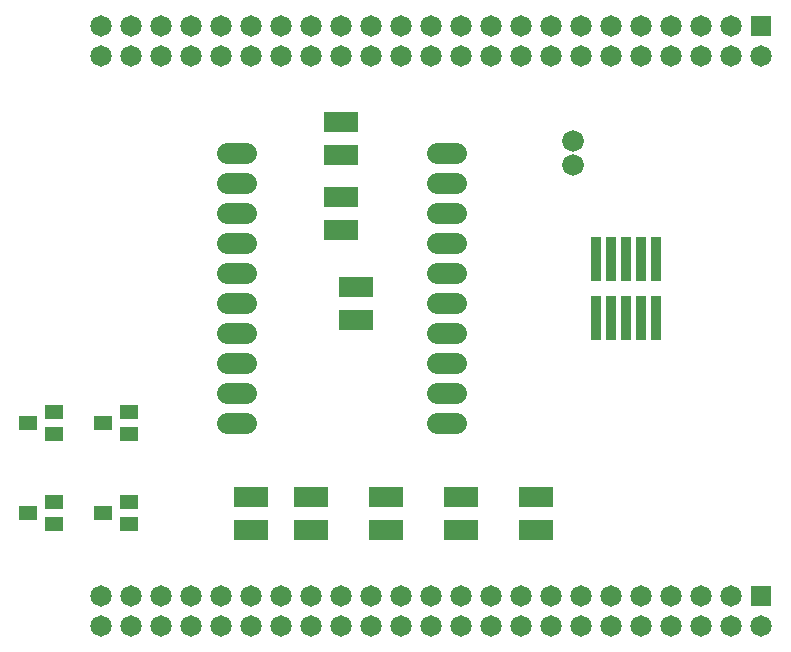
<source format=gts>
G75*
%MOIN*%
%OFA0B0*%
%FSLAX25Y25*%
%IPPOS*%
%LPD*%
%AMOC8*
5,1,8,0,0,1.08239X$1,22.5*
%
%ADD10R,0.07137X0.07137*%
%ADD11C,0.07137*%
%ADD12R,0.03713X0.14973*%
%ADD13C,0.07137*%
%ADD14R,0.06312X0.04737*%
%ADD15R,0.11430X0.07099*%
%ADD16C,0.07200*%
D10*
X0266250Y0023500D03*
X0266250Y0213500D03*
D11*
X0046250Y0013500D03*
X0056250Y0013500D03*
X0066250Y0013500D03*
X0076250Y0013500D03*
X0086250Y0013500D03*
X0096250Y0013500D03*
X0106250Y0013500D03*
X0116250Y0013500D03*
X0126250Y0013500D03*
X0136250Y0013500D03*
X0146250Y0013500D03*
X0156250Y0013500D03*
X0166250Y0013500D03*
X0176250Y0013500D03*
X0186250Y0013500D03*
X0196250Y0013500D03*
X0206250Y0013500D03*
X0216250Y0013500D03*
X0226250Y0013500D03*
X0236250Y0013500D03*
X0246250Y0013500D03*
X0256250Y0013500D03*
X0266250Y0013500D03*
X0256250Y0023500D03*
X0246250Y0023500D03*
X0236250Y0023500D03*
X0226250Y0023500D03*
X0216250Y0023500D03*
X0206250Y0023500D03*
X0196250Y0023500D03*
X0186250Y0023500D03*
X0176250Y0023500D03*
X0166250Y0023500D03*
X0156250Y0023500D03*
X0146250Y0023500D03*
X0136250Y0023500D03*
X0126250Y0023500D03*
X0116250Y0023500D03*
X0106250Y0023500D03*
X0096250Y0023500D03*
X0086250Y0023500D03*
X0076250Y0023500D03*
X0066250Y0023500D03*
X0056250Y0023500D03*
X0046250Y0023500D03*
X0046250Y0203500D03*
X0056250Y0203500D03*
X0066250Y0203500D03*
X0076250Y0203500D03*
X0086250Y0203500D03*
X0096250Y0203500D03*
X0106250Y0203500D03*
X0116250Y0203500D03*
X0126250Y0203500D03*
X0136250Y0203500D03*
X0146250Y0203500D03*
X0156250Y0203500D03*
X0166250Y0203500D03*
X0176250Y0203500D03*
X0186250Y0203500D03*
X0196250Y0203500D03*
X0206250Y0203500D03*
X0216250Y0203500D03*
X0226250Y0203500D03*
X0236250Y0203500D03*
X0246250Y0203500D03*
X0256250Y0203500D03*
X0266250Y0203500D03*
X0256250Y0213500D03*
X0246250Y0213500D03*
X0236250Y0213500D03*
X0226250Y0213500D03*
X0216250Y0213500D03*
X0206250Y0213500D03*
X0196250Y0213500D03*
X0186250Y0213500D03*
X0176250Y0213500D03*
X0166250Y0213500D03*
X0156250Y0213500D03*
X0146250Y0213500D03*
X0136250Y0213500D03*
X0126250Y0213500D03*
X0116250Y0213500D03*
X0106250Y0213500D03*
X0096250Y0213500D03*
X0086250Y0213500D03*
X0076250Y0213500D03*
X0066250Y0213500D03*
X0056250Y0213500D03*
X0046250Y0213500D03*
D12*
X0211093Y0135843D03*
X0216093Y0135843D03*
X0221093Y0135843D03*
X0226093Y0135843D03*
X0231093Y0135843D03*
X0231093Y0116157D03*
X0226093Y0116157D03*
X0221093Y0116157D03*
X0216093Y0116157D03*
X0211093Y0116157D03*
D13*
X0164419Y0121000D02*
X0158081Y0121000D01*
X0158081Y0111000D02*
X0164419Y0111000D01*
X0164419Y0101000D02*
X0158081Y0101000D01*
X0158081Y0091000D02*
X0164419Y0091000D01*
X0164419Y0081000D02*
X0158081Y0081000D01*
X0094419Y0081000D02*
X0088081Y0081000D01*
X0088081Y0091000D02*
X0094419Y0091000D01*
X0094419Y0101000D02*
X0088081Y0101000D01*
X0088081Y0111000D02*
X0094419Y0111000D01*
X0094419Y0121000D02*
X0088081Y0121000D01*
X0088081Y0131000D02*
X0094419Y0131000D01*
X0094419Y0141000D02*
X0088081Y0141000D01*
X0088081Y0151000D02*
X0094419Y0151000D01*
X0094419Y0161000D02*
X0088081Y0161000D01*
X0088081Y0171000D02*
X0094419Y0171000D01*
X0158081Y0171000D02*
X0164419Y0171000D01*
X0164419Y0161000D02*
X0158081Y0161000D01*
X0158081Y0151000D02*
X0164419Y0151000D01*
X0164419Y0141000D02*
X0158081Y0141000D01*
X0158081Y0131000D02*
X0164419Y0131000D01*
D14*
X0055581Y0084740D03*
X0055581Y0077260D03*
X0046919Y0081000D03*
X0030581Y0077260D03*
X0021919Y0081000D03*
X0030581Y0084740D03*
X0030581Y0054740D03*
X0021919Y0051000D03*
X0030581Y0047260D03*
X0046919Y0051000D03*
X0055581Y0047260D03*
X0055581Y0054740D03*
D15*
X0096250Y0056512D03*
X0096250Y0045488D03*
X0116250Y0045488D03*
X0116250Y0056512D03*
X0141250Y0056512D03*
X0141250Y0045488D03*
X0166250Y0045488D03*
X0166250Y0056512D03*
X0191250Y0056512D03*
X0191250Y0045488D03*
X0131250Y0115488D03*
X0131250Y0126512D03*
X0126250Y0145488D03*
X0126250Y0156512D03*
X0126250Y0170488D03*
X0126250Y0181512D03*
D16*
X0203415Y0174937D03*
X0203415Y0167063D03*
M02*

</source>
